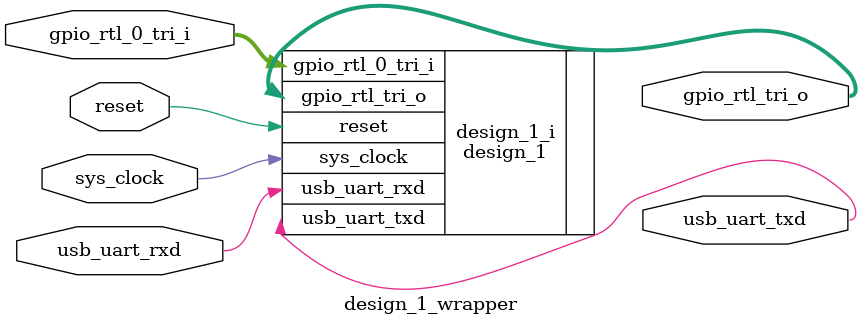
<source format=v>
`timescale 1 ps / 1 ps

module design_1_wrapper
   (gpio_rtl_0_tri_i,
    gpio_rtl_tri_o,
    reset,
    sys_clock,
    usb_uart_rxd,
    usb_uart_txd);
  input [31:0]gpio_rtl_0_tri_i;
  output [15:0]gpio_rtl_tri_o;
  input reset;
  input sys_clock;
  input usb_uart_rxd;
  output usb_uart_txd;

  wire [31:0]gpio_rtl_0_tri_i;
  wire [15:0]gpio_rtl_tri_o;
  wire reset;
  wire sys_clock;
  wire usb_uart_rxd;
  wire usb_uart_txd;

  design_1 design_1_i
       (.gpio_rtl_0_tri_i(gpio_rtl_0_tri_i),
        .gpio_rtl_tri_o(gpio_rtl_tri_o),
        .reset(reset),
        .sys_clock(sys_clock),
        .usb_uart_rxd(usb_uart_rxd),
        .usb_uart_txd(usb_uart_txd));
endmodule

</source>
